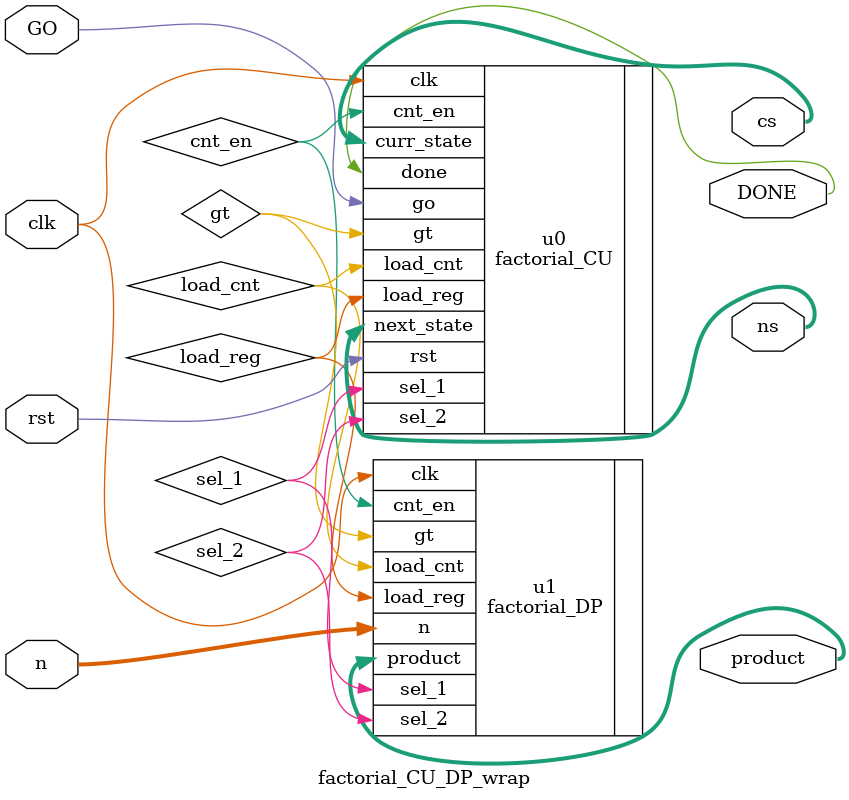
<source format=v>
`timescale 1ns / 1ps

module factorial_CU_DP_wrap(
    input GO, clk, rst,
    input [31:0] n,
    output DONE,
    output [2:0] cs, ns,
    output [31:0] product
    );

    wire load_cnt, load_reg, sel_1, sel_2, cnt_en, gt;

factorial_CU u0(
    .go(GO), .clk(clk), .gt(gt), .rst(rst),
    .load_cnt(load_cnt), .load_reg(load_reg), .sel_1(sel_1),
    .sel_2(sel_2), .cnt_en(cnt_en), .done(DONE),
    .curr_state(cs), .next_state(ns)
    );

factorial_DP u1(
    .n(n),
    .clk(clk), .load_cnt(load_cnt), .load_reg(load_reg),
    .sel_1(sel_1), .sel_2(sel_2), .cnt_en(cnt_en),
    .gt(gt), .product(product)
    );

endmodule

</source>
